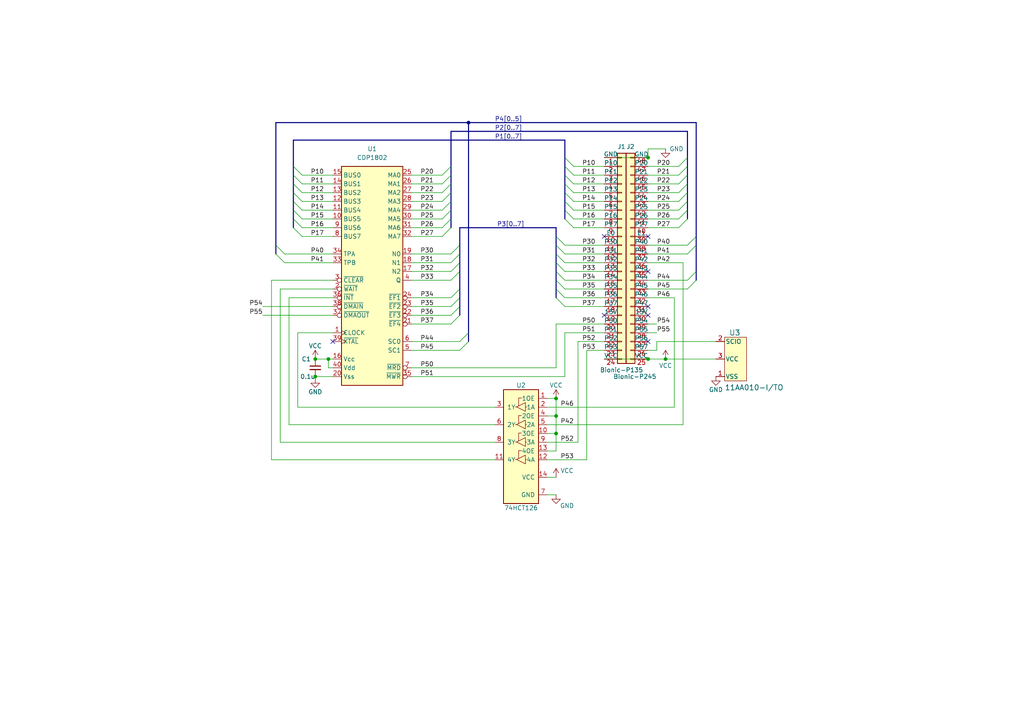
<source format=kicad_sch>
(kicad_sch (version 20230121) (generator eeschema)
  (paper "A4")
  (title_block (title "BionicCDP1802") (date "2024-01-09") (rev "4") (company "Tadashi G. Takaoka"))
  (lib_symbols
    (symbol "0-LocalLibrary:11AA010-I_TO" (pin_names (offset 0.254))
      (property "Reference" "U" (at 2.54 1.27 0))
      (property "Value" "11AA010-I/TO" (at 3.81 -13.97 0))
      (symbol "11AA010-I_TO_1_1"
        (rectangle (start 0 0) (end 6.35 -12.7) (fill (type background)))
        (pin power_in line (at -2.54 -11.43 0) (length 2.54) (name "VSS") (number "1"))
        (pin bidirectional line (at -2.54 -1.27 0) (length 2.54) (name "SCIO") (number "2"))
        (pin power_in line (at -2.54 -6.35 0) (length 2.54) (name "VCC") (number "3"))
      )
    )
    (symbol "0-LocalLibrary:74HCT126" (pin_names (offset 1.016))
      (property "Reference" "U" (at 0 16.51 0))
      (property "Value" "74HCT126" (at 0 -19.05 0))
      (symbol "74HCT126_0_1"
        (polyline (pts (xy -1.2954 10.2108) (xy -1.6002 10.2108)))
        (polyline (pts (xy 1.2954 10.2362) (xy 1.651 10.2362)))
        (polyline (pts (xy 0.7112 10.5664) (xy 0.7112 12.827) (xy -0.127 12.827) (xy -0.1016 12.827)))
      )
      (symbol "74HCT126_1_0"
        (polyline (pts (xy 1.27 10.2362) (xy -1.27 11.5062) (xy -1.27 8.9662) (xy 1.27 10.2362)) (stroke (width 0.1524)))
        (pin input line (at -7.62 12.7 0) (length 2.54) (name "1OE") (number "1"))
        (pin input line (at -7.62 2.54 0) (length 2.54) (name "3OE") (number "10"))
        (pin tri_state line (at 7.62 -5.08 180) (length 2.54) (name "4Y") (number "11"))
        (pin input line (at -7.62 -5.08 0) (length 2.54) (name "4A") (number "12"))
        (pin input line (at -7.62 -2.54 0) (length 2.54) (name "4OE") (number "13"))
        (pin power_in line (at -7.62 -10.16 0) (length 2.54) (name "VCC") (number "14"))
        (pin input line (at -7.62 10.16 0) (length 2.54) (name "1A") (number "2"))
        (pin tri_state line (at 7.62 10.16 180) (length 2.54) (name "1Y") (number "3"))
        (pin input line (at -7.62 7.62 0) (length 2.54) (name "2OE") (number "4"))
        (pin input line (at -7.62 5.08 0) (length 2.54) (name "2A") (number "5"))
        (pin tri_state line (at 7.62 5.08 180) (length 2.54) (name "2Y") (number "6"))
        (pin power_in line (at -7.62 -15.24 0) (length 2.54) (name "GND") (number "7"))
        (pin tri_state line (at 7.62 0 180) (length 2.54) (name "3Y") (number "8"))
        (pin input line (at -7.62 0 0) (length 2.54) (name "3A") (number "9"))
      )
      (symbol "74HCT126_1_1"
        (rectangle (start -5.08 15.24) (end 5.08 -17.78) (stroke (width 0.254)) (fill (type background)))
        (polyline (pts (xy -1.2954 -5.0292) (xy -1.6002 -5.0292)))
        (polyline (pts (xy -1.2954 0.0508) (xy -1.6002 0.0508)))
        (polyline (pts (xy -1.2954 5.1308) (xy -1.6002 5.1308)))
        (polyline (pts (xy 1.2954 -5.0038) (xy 1.651 -5.0038)))
        (polyline (pts (xy 1.2954 0.0762) (xy 1.651 0.0762)))
        (polyline (pts (xy 1.2954 5.1562) (xy 1.651 5.1562)))
        (polyline (pts (xy 0.7112 -4.6736) (xy 0.7112 -2.413) (xy -0.127 -2.413) (xy -0.1016 -2.413)))
        (polyline (pts (xy 0.7112 0.4064) (xy 0.7112 2.667) (xy -0.127 2.667) (xy -0.1016 2.667)))
        (polyline (pts (xy 0.7112 5.4864) (xy 0.7112 7.747) (xy -0.127 7.747) (xy -0.1016 7.747)))
        (polyline (pts (xy 1.27 -5.0038) (xy -1.27 -3.7338) (xy -1.27 -6.2738) (xy 1.27 -5.0038)) (stroke (width 0.1524)))
        (polyline (pts (xy 1.27 0.0762) (xy -1.27 1.3462) (xy -1.27 -1.1938) (xy 1.27 0.0762)) (stroke (width 0.1524)))
        (polyline (pts (xy 1.27 5.1562) (xy -1.27 6.4262) (xy -1.27 3.8862) (xy 1.27 5.1562)) (stroke (width 0.1524)))
      )
    )
    (symbol "0-LocalLibrary:Bionic-P135" (pin_names (offset 0))
      (property "Reference" "J" (at 0 30.48 0))
      (property "Value" "Bionic-P135" (at -1.27 -33.02 0))
      (symbol "Bionic-P135_1_1"
        (rectangle (start -1.27 -30.353) (end 0 -30.607) (stroke (width 0.1524)))
        (rectangle (start -1.27 -27.813) (end 0 -28.067) (stroke (width 0.1524)))
        (rectangle (start -1.27 -25.273) (end 0 -25.527) (stroke (width 0.1524)))
        (rectangle (start -1.27 -22.733) (end 0 -22.987) (stroke (width 0.1524)))
        (rectangle (start -1.27 -20.193) (end 0 -20.447) (stroke (width 0.1524)))
        (rectangle (start -1.27 -17.653) (end 0 -17.907) (stroke (width 0.1524)))
        (rectangle (start -1.27 -15.113) (end 0 -15.367) (stroke (width 0.1524)))
        (rectangle (start -1.27 -12.573) (end 0 -12.827) (stroke (width 0.1524)))
        (rectangle (start -1.27 -10.033) (end 0 -10.287) (stroke (width 0.1524)))
        (rectangle (start -1.27 -7.493) (end 0 -7.747) (stroke (width 0.1524)))
        (rectangle (start -1.27 -4.953) (end 0 -5.207) (stroke (width 0.1524)))
        (rectangle (start -1.27 -2.413) (end 0 -2.667) (stroke (width 0.1524)))
        (rectangle (start -1.27 0.127) (end 0 -0.127) (stroke (width 0.1524)))
        (rectangle (start -1.27 2.667) (end 0 2.413) (stroke (width 0.1524)))
        (rectangle (start -1.27 5.207) (end 0 4.953) (stroke (width 0.1524)))
        (rectangle (start -1.27 7.747) (end 0 7.493) (stroke (width 0.1524)))
        (rectangle (start -1.27 10.287) (end 0 10.033) (stroke (width 0.1524)))
        (rectangle (start -1.27 12.827) (end 0 12.573) (stroke (width 0.1524)))
        (rectangle (start -1.27 15.367) (end 0 15.113) (stroke (width 0.1524)))
        (rectangle (start -1.27 17.907) (end 0 17.653) (stroke (width 0.1524)))
        (rectangle (start -1.27 20.447) (end 0 20.193) (stroke (width 0.1524)))
        (rectangle (start -1.27 22.987) (end 0 22.733) (stroke (width 0.1524)))
        (rectangle (start -1.27 25.527) (end 0 25.273) (stroke (width 0.1524)))
        (rectangle (start -1.27 28.067) (end 0 27.813) (stroke (width 0.1524)))
        (rectangle (start -1.27 29.21) (end 1.27 -31.75) (stroke (width 0.254)) (fill (type background)))
        (pin power_out line (at -5.08 27.94 0) (length 3.81) (name "GND") (number "1"))
        (pin bidirectional line (at -5.08 5.08 0) (length 3.81) (name "E0") (number "10"))
        (pin bidirectional line (at -5.08 2.54 0) (length 3.81) (name "P30") (number "11"))
        (pin bidirectional line (at -5.08 0 0) (length 3.81) (name "P31") (number "12"))
        (pin bidirectional line (at -5.08 -2.54 0) (length 3.81) (name "P32") (number "13"))
        (pin bidirectional line (at -5.08 -5.08 0) (length 3.81) (name "P33") (number "14"))
        (pin bidirectional line (at -5.08 -7.62 0) (length 3.81) (name "P34") (number "15"))
        (pin bidirectional line (at -5.08 -10.16 0) (length 3.81) (name "P35") (number "16"))
        (pin bidirectional line (at -5.08 -12.7 0) (length 3.81) (name "P36") (number "17"))
        (pin bidirectional line (at -5.08 -15.24 0) (length 3.81) (name "P37") (number "18"))
        (pin power_out line (at -5.08 -17.78 0) (length 3.81) (name "15V") (number "19"))
        (pin bidirectional line (at -5.08 25.4 0) (length 3.81) (name "P10") (number "2"))
        (pin bidirectional line (at -5.08 -20.32 0) (length 3.81) (name "P50") (number "20"))
        (pin bidirectional line (at -5.08 -22.86 0) (length 3.81) (name "P51") (number "21"))
        (pin bidirectional line (at -5.08 -25.4 0) (length 3.81) (name "P52") (number "22"))
        (pin bidirectional line (at -5.08 -27.94 0) (length 3.81) (name "P53") (number "23"))
        (pin power_out line (at -5.08 -30.48 0) (length 3.81) (name "VCC") (number "24"))
        (pin bidirectional line (at -5.08 22.86 0) (length 3.81) (name "P11") (number "3"))
        (pin bidirectional line (at -5.08 20.32 0) (length 3.81) (name "P12") (number "4"))
        (pin bidirectional line (at -5.08 17.78 0) (length 3.81) (name "P13") (number "5"))
        (pin bidirectional line (at -5.08 15.24 0) (length 3.81) (name "P14") (number "6"))
        (pin bidirectional line (at -5.08 12.7 0) (length 3.81) (name "P15") (number "7"))
        (pin bidirectional line (at -5.08 10.16 0) (length 3.81) (name "P16") (number "8"))
        (pin bidirectional line (at -5.08 7.62 0) (length 3.81) (name "P17") (number "9"))
      )
    )
    (symbol "0-LocalLibrary:Bionic-P245" (pin_names (offset 0))
      (property "Reference" "J" (at -3.81 30.48 0))
      (property "Value" "Bionic-P245" (at -1.27 -33.02 0))
      (symbol "Bionic-P245_1_1"
        (rectangle (start -5.08 -31.75) (end -2.54 29.21) (stroke (width 0.254)) (fill (type background)))
        (rectangle (start -3.81 -30.607) (end -2.54 -30.353) (stroke (width 0.1524)))
        (rectangle (start -3.81 -28.067) (end -2.54 -27.813) (stroke (width 0.1524)))
        (rectangle (start -3.81 -25.527) (end -2.54 -25.273) (stroke (width 0.1524)))
        (rectangle (start -3.81 -22.987) (end -2.54 -22.733) (stroke (width 0.1524)))
        (rectangle (start -3.81 -20.447) (end -2.54 -20.193) (stroke (width 0.1524)))
        (rectangle (start -3.81 -17.907) (end -2.54 -17.653) (stroke (width 0.1524)))
        (rectangle (start -3.81 -15.367) (end -2.54 -15.113) (stroke (width 0.1524)))
        (rectangle (start -3.81 -12.827) (end -2.54 -12.573) (stroke (width 0.1524)))
        (rectangle (start -3.81 -10.287) (end -2.54 -10.033) (stroke (width 0.1524)))
        (rectangle (start -3.81 -7.747) (end -2.54 -7.493) (stroke (width 0.1524)))
        (rectangle (start -3.81 -5.207) (end -2.54 -4.953) (stroke (width 0.1524)))
        (rectangle (start -3.81 -2.667) (end -2.54 -2.413) (stroke (width 0.1524)))
        (rectangle (start -3.81 -0.127) (end -2.54 0.127) (stroke (width 0.1524)))
        (rectangle (start -3.81 2.413) (end -2.54 2.667) (stroke (width 0.1524)))
        (rectangle (start -3.81 4.953) (end -2.54 5.207) (stroke (width 0.1524)))
        (rectangle (start -3.81 7.493) (end -2.54 7.747) (stroke (width 0.1524)))
        (rectangle (start -3.81 10.033) (end -2.54 10.287) (stroke (width 0.1524)))
        (rectangle (start -3.81 12.573) (end -2.54 12.827) (stroke (width 0.1524)))
        (rectangle (start -3.81 15.113) (end -2.54 15.367) (stroke (width 0.1524)))
        (rectangle (start -3.81 17.653) (end -2.54 17.907) (stroke (width 0.1524)))
        (rectangle (start -3.81 20.193) (end -2.54 20.447) (stroke (width 0.1524)))
        (rectangle (start -3.81 22.733) (end -2.54 22.987) (stroke (width 0.1524)))
        (rectangle (start -3.81 25.273) (end -2.54 25.527) (stroke (width 0.1524)))
        (rectangle (start -3.81 27.813) (end -2.54 28.067) (stroke (width 0.1524)))
        (pin power_in line (at 1.27 -30.48 180) (length 3.81) (name "VCC") (number "25"))
        (pin bidirectional line (at 1.27 -27.94 180) (length 3.81) (name "P57") (number "26"))
        (pin bidirectional line (at 1.27 -25.4 180) (length 3.81) (name "P56") (number "27"))
        (pin bidirectional line (at 1.27 -22.86 180) (length 3.81) (name "P55") (number "28"))
        (pin bidirectional line (at 1.27 -20.32 180) (length 3.81) (name "P54") (number "29"))
        (pin power_in line (at 1.27 -17.78 180) (length 3.81) (name "15V") (number "30"))
        (pin bidirectional line (at 1.27 -15.24 180) (length 3.81) (name "P47") (number "31"))
        (pin bidirectional line (at 1.27 -12.7 180) (length 3.81) (name "P46") (number "32"))
        (pin bidirectional line (at 1.27 -10.16 180) (length 3.81) (name "P45") (number "33"))
        (pin bidirectional line (at 1.27 -7.62 180) (length 3.81) (name "P44") (number "34"))
        (pin bidirectional line (at 1.27 -5.08 180) (length 3.81) (name "P43") (number "35"))
        (pin bidirectional line (at 1.27 -2.54 180) (length 3.81) (name "P42") (number "36"))
        (pin bidirectional line (at 1.27 0 180) (length 3.81) (name "P41") (number "37"))
        (pin bidirectional line (at 1.27 2.54 180) (length 3.81) (name "P40") (number "38"))
        (pin bidirectional line (at 1.27 5.08 180) (length 3.81) (name "E1") (number "39"))
        (pin bidirectional line (at 1.27 7.62 180) (length 3.81) (name "P27") (number "40"))
        (pin bidirectional line (at 1.27 10.16 180) (length 3.81) (name "P26") (number "41"))
        (pin bidirectional line (at 1.27 12.7 180) (length 3.81) (name "P25") (number "42"))
        (pin bidirectional line (at 1.27 15.24 180) (length 3.81) (name "P24") (number "43"))
        (pin bidirectional line (at 1.27 17.78 180) (length 3.81) (name "P23") (number "44"))
        (pin bidirectional line (at 1.27 20.32 180) (length 3.81) (name "P22") (number "45"))
        (pin bidirectional line (at 1.27 22.86 180) (length 3.81) (name "P21") (number "46"))
        (pin bidirectional line (at 1.27 25.4 180) (length 3.81) (name "P20") (number "47"))
        (pin power_in line (at 1.27 27.94 180) (length 3.81) (name "GND") (number "48"))
      )
    )
    (symbol "0-LocalLibrary:CDP1802"
      (property "Reference" "U" (at -1.27 31.75 0))
      (property "Value" "CDP1802" (at 0 -3.81 90))
      (symbol "CDP1802_0_0"
        (pin input clock (at -11.43 -17.78 0) (length 2.54) (name "CLOCK") (number "1"))
        (pin input inverted (at -11.43 -2.54 0) (length 2.54) (name "~{CLEAR}") (number "3"))
        (pin output inverted (at 11.43 -30.48 180) (length 2.54) (name "~{MWR}") (number "35"))
      )
      (symbol "CDP1802_0_1"
        (rectangle (start -8.89 -33.02) (end 8.89 30.48) (stroke (width 0.254)) (fill (type background)))
      )
      (symbol "CDP1802_1_1"
        (pin bidirectional line (at -11.43 15.24 0) (length 2.54) (name "BUS5") (number "10"))
        (pin bidirectional line (at -11.43 17.78 0) (length 2.54) (name "BUS4") (number "11"))
        (pin bidirectional line (at -11.43 20.32 0) (length 2.54) (name "BUS3") (number "12"))
        (pin bidirectional line (at -11.43 22.86 0) (length 2.54) (name "BUS2") (number "13"))
        (pin bidirectional line (at -11.43 25.4 0) (length 2.54) (name "BUS1") (number "14"))
        (pin bidirectional line (at -11.43 27.94 0) (length 2.54) (name "BUS0") (number "15"))
        (pin power_in line (at -11.43 -25.4 0) (length 2.54) (name "Vcc") (number "16"))
        (pin output line (at 11.43 0 180) (length 2.54) (name "N2") (number "17"))
        (pin output line (at 11.43 2.54 180) (length 2.54) (name "N1") (number "18"))
        (pin output line (at 11.43 5.08 180) (length 2.54) (name "N0") (number "19"))
        (pin input inverted (at -11.43 -5.08 0) (length 2.54) (name "~{WAIT}") (number "2"))
        (pin power_in line (at -11.43 -30.48 0) (length 2.54) (name "Vss") (number "20"))
        (pin input inverted (at 11.43 -15.24 180) (length 2.54) (name "~{EF4}") (number "21"))
        (pin input inverted (at 11.43 -12.7 180) (length 2.54) (name "~{EF3}") (number "22"))
        (pin input inverted (at 11.43 -10.16 180) (length 2.54) (name "~{EF2}") (number "23"))
        (pin input inverted (at 11.43 -7.62 180) (length 2.54) (name "~{EF1}") (number "24"))
        (pin output line (at 11.43 27.94 180) (length 2.54) (name "MA0") (number "25"))
        (pin output line (at 11.43 25.4 180) (length 2.54) (name "MA1") (number "26"))
        (pin output line (at 11.43 22.86 180) (length 2.54) (name "MA2") (number "27"))
        (pin output line (at 11.43 20.32 180) (length 2.54) (name "MA3") (number "28"))
        (pin output line (at 11.43 17.78 180) (length 2.54) (name "MA4") (number "29"))
        (pin output line (at 11.43 15.24 180) (length 2.54) (name "MA5") (number "30"))
        (pin output line (at 11.43 12.7 180) (length 2.54) (name "MA6") (number "31"))
        (pin output line (at 11.43 10.16 180) (length 2.54) (name "MA7") (number "32"))
        (pin output line (at -11.43 2.54 0) (length 2.54) (name "TPB") (number "33"))
        (pin output line (at -11.43 5.08 0) (length 2.54) (name "TPA") (number "34"))
        (pin input inverted (at -11.43 -7.62 0) (length 2.54) (name "~{INT}") (number "36"))
        (pin input inverted (at -11.43 -12.7 0) (length 2.54) (name "~{DMAOUT}") (number "37"))
        (pin input inverted (at -11.43 -10.16 0) (length 2.54) (name "~{DMAIN}") (number "38"))
        (pin output clock (at -11.43 -20.32 0) (length 2.54) (name "~{XTAL}") (number "39"))
        (pin output line (at 11.43 -2.54 180) (length 2.54) (name "Q") (number "4"))
        (pin power_in line (at -11.43 -27.94 0) (length 2.54) (name "Vdd") (number "40"))
        (pin output line (at 11.43 -22.86 180) (length 2.54) (name "SC1") (number "5"))
        (pin output line (at 11.43 -20.32 180) (length 2.54) (name "SC0") (number "6"))
        (pin output inverted (at 11.43 -27.94 180) (length 2.54) (name "~{MRD}") (number "7"))
        (pin bidirectional line (at -11.43 10.16 0) (length 2.54) (name "BUS7") (number "8"))
        (pin bidirectional line (at -11.43 12.7 0) (length 2.54) (name "BUS6") (number "9"))
      )
    )
    (symbol "Device:C_Small" (pin_numbers hide) (pin_names (offset 0.254) hide)
      (property "Reference" "C" (at 0.254 1.778 0))
      (property "Value" "C_Small" (at 0.254 -2.032 0))
      (symbol "C_Small_0_1"
        (polyline (pts (xy -1.524 -0.508) (xy 1.524 -0.508)) (stroke (width 0.3302)))
        (polyline (pts (xy -1.524 0.508) (xy 1.524 0.508)) (stroke (width 0.3048)))
      )
      (symbol "C_Small_1_1"
        (pin passive line (at 0 2.54 270) (length 2.032) (name "~") (number "1"))
        (pin passive line (at 0 -2.54 90) (length 2.032) (name "~") (number "2"))
      )
    )
    (symbol "GND_1" (power) (pin_names (offset 0))
      (property "Value" "GND_1" (at 0 -3.81 0))
      (symbol "GND_1_0_1"
        (polyline (pts (xy 0 0) (xy 0 -1.27) (xy 1.27 -1.27) (xy 0 -2.54) (xy -1.27 -1.27) (xy 0 -1.27)))
      )
      (symbol "GND_1_1_1"
        (pin power_in line (at 0 0 270) (length 0) hide (name "GND") (number "1"))
      )
    )
    (symbol "VCC_1" (power) (pin_names (offset 0))
      (property "Value" "VCC_1" (at 0 3.81 0))
      (symbol "VCC_1_0_1"
        (polyline (pts (xy -0.762 1.27) (xy 0 2.54)))
        (polyline (pts (xy 0 0) (xy 0 2.54)))
        (polyline (pts (xy 0 2.54) (xy 0.762 1.27)))
      )
      (symbol "VCC_1_1_1"
        (pin power_in line (at 0 0 90) (length 0) hide (name "VCC") (number "1"))
      )
    )
  )
  (junction (at 161.29 115.57))
  (junction (at 135.89 35.56))
  (junction (at 193.04 104.14))
  (junction (at 161.29 125.73))
  (junction (at 187.96 45.72))
  (junction (at 95.25 104.14))
  (junction (at 91.44 109.22))
  (junction (at 91.44 104.14))
  (junction (at 161.29 120.65))
  (junction (at 187.96 104.14))
  (no_connect (at 187.96 99.06))
  (no_connect (at 187.96 88.9))
  (no_connect (at 187.96 68.58))
  (no_connect (at 187.96 78.74))
  (no_connect (at 187.96 91.44))
  (no_connect (at 175.26 68.58))
  (no_connect (at 175.26 91.44))
  (no_connect (at 96.52 99.06))
  (bus_entry (at 166.37 66.04) (size -2.54 -2.54))
  (bus_entry (at 161.29 73.66) (size 2.54 2.54))
  (bus_entry (at 199.39 45.72) (size -2.54 2.54))
  (bus_entry (at 130.81 55.88) (size -2.54 2.54))
  (bus_entry (at 80.01 71.12) (size 2.54 2.54))
  (bus_entry (at 130.81 66.04) (size -2.54 2.54))
  (bus_entry (at 87.63 63.5) (size -2.54 -2.54))
  (bus_entry (at 87.63 58.42) (size -2.54 -2.54))
  (bus_entry (at 161.29 83.82) (size 2.54 2.54))
  (bus_entry (at 199.39 58.42) (size -2.54 2.54))
  (bus_entry (at 201.93 68.58) (size -2.54 2.54))
  (bus_entry (at 130.81 60.96) (size -2.54 2.54))
  (bus_entry (at 130.81 48.26) (size -2.54 2.54))
  (bus_entry (at 201.93 81.28) (size -2.54 2.54))
  (bus_entry (at 135.89 99.06) (size -2.54 2.54))
  (bus_entry (at 199.39 55.88) (size -2.54 2.54))
  (bus_entry (at 130.81 76.2) (size 2.54 -2.54))
  (bus_entry (at 135.89 96.52) (size -2.54 2.54))
  (bus_entry (at 161.29 68.58) (size 2.54 2.54))
  (bus_entry (at 199.39 48.26) (size -2.54 2.54))
  (bus_entry (at 161.29 86.36) (size 2.54 2.54))
  (bus_entry (at 87.63 53.34) (size -2.54 -2.54))
  (bus_entry (at 166.37 48.26) (size -2.54 -2.54))
  (bus_entry (at 166.37 50.8) (size -2.54 -2.54))
  (bus_entry (at 130.81 86.36) (size 2.54 -2.54))
  (bus_entry (at 80.01 73.66) (size 2.54 2.54))
  (bus_entry (at 201.93 71.12) (size -2.54 2.54))
  (bus_entry (at 130.81 53.34) (size -2.54 2.54))
  (bus_entry (at 161.29 78.74) (size 2.54 2.54))
  (bus_entry (at 166.37 55.88) (size -2.54 -2.54))
  (bus_entry (at 199.39 60.96) (size -2.54 2.54))
  (bus_entry (at 130.81 88.9) (size 2.54 -2.54))
  (bus_entry (at 201.93 78.74) (size -2.54 2.54))
  (bus_entry (at 87.63 66.04) (size -2.54 -2.54))
  (bus_entry (at 199.39 50.8) (size -2.54 2.54))
  (bus_entry (at 130.81 58.42) (size -2.54 2.54))
  (bus_entry (at 87.63 60.96) (size -2.54 -2.54))
  (bus_entry (at 87.63 50.8) (size -2.54 -2.54))
  (bus_entry (at 161.29 81.28) (size 2.54 2.54))
  (bus_entry (at 130.81 63.5) (size -2.54 2.54))
  (bus_entry (at 166.37 58.42) (size -2.54 -2.54))
  (bus_entry (at 133.35 78.74) (size -2.54 2.54))
  (bus_entry (at 161.29 71.12) (size 2.54 2.54))
  (bus_entry (at 161.29 76.2) (size 2.54 2.54))
  (bus_entry (at 199.39 53.34) (size -2.54 2.54))
  (bus_entry (at 130.81 78.74) (size 2.54 -2.54))
  (bus_entry (at 166.37 53.34) (size -2.54 -2.54))
  (bus_entry (at 130.81 73.66) (size 2.54 -2.54))
  (bus_entry (at 87.63 55.88) (size -2.54 -2.54))
  (bus_entry (at 130.81 50.8) (size -2.54 2.54))
  (bus_entry (at 166.37 60.96) (size -2.54 -2.54))
  (bus_entry (at 199.39 63.5) (size -2.54 2.54))
  (bus_entry (at 166.37 63.5) (size -2.54 -2.54))
  (bus_entry (at 133.35 91.44) (size -2.54 2.54))
  (bus_entry (at 133.35 88.9) (size -2.54 2.54))
  (bus_entry (at 87.63 68.58) (size -2.54 -2.54))
  (wire (pts (xy 190.5 99.06) (xy 207.645 99.06)))
  (bus (pts (xy 130.81 60.96) (xy 130.81 63.5)))
  (wire (pts (xy 119.38 93.98) (xy 130.81 93.98)))
  (bus (pts (xy 163.83 45.72) (xy 163.83 48.26)))
  (wire (pts (xy 187.96 43.18) (xy 193.04 43.18)))
  (wire (pts (xy 96.52 66.04) (xy 87.63 66.04)))
  (wire (pts (xy 96.52 55.88) (xy 87.63 55.88)))
  (bus (pts (xy 85.09 40.64) (xy 163.83 40.64)))
  (bus (pts (xy 161.29 73.66) (xy 161.29 76.2)))
  (wire (pts (xy 119.38 78.74) (xy 130.81 78.74)))
  (wire (pts (xy 158.75 143.51) (xy 161.29 143.51)))
  (wire (pts (xy 187.96 55.88) (xy 196.85 55.88)))
  (wire (pts (xy 175.26 63.5) (xy 166.37 63.5)))
  (wire (pts (xy 95.25 104.14) (xy 95.25 106.68)))
  (wire (pts (xy 95.25 106.68) (xy 96.52 106.68)))
  (bus (pts (xy 161.29 78.74) (xy 161.29 81.28)))
  (wire (pts (xy 96.52 68.58) (xy 87.63 68.58)))
  (wire (pts (xy 161.29 130.81) (xy 161.29 125.73)))
  (wire (pts (xy 158.75 115.57) (xy 161.29 115.57)))
  (wire (pts (xy 96.52 81.28) (xy 78.74 81.28)))
  (bus (pts (xy 133.35 78.74) (xy 133.35 83.82)))
  (wire (pts (xy 119.38 58.42) (xy 128.27 58.42)))
  (wire (pts (xy 161.29 115.57) (xy 161.29 120.65)))
  (wire (pts (xy 96.52 88.9) (xy 76.2 88.9)))
  (wire (pts (xy 130.81 91.44) (xy 119.38 91.44)))
  (wire (pts (xy 96.52 53.34) (xy 87.63 53.34)))
  (wire (pts (xy 119.38 76.2) (xy 130.81 76.2)))
  (bus (pts (xy 133.35 83.82) (xy 133.35 86.36)))
  (wire (pts (xy 163.83 76.2) (xy 175.26 76.2)))
  (wire (pts (xy 86.36 118.11) (xy 86.36 96.52)))
  (bus (pts (xy 161.29 71.12) (xy 161.29 73.66)))
  (wire (pts (xy 187.96 48.26) (xy 196.85 48.26)))
  (wire (pts (xy 175.26 60.96) (xy 166.37 60.96)))
  (wire (pts (xy 81.28 83.82) (xy 81.28 128.27)))
  (wire (pts (xy 198.12 76.2) (xy 198.12 123.19)))
  (wire (pts (xy 195.58 118.11) (xy 158.75 118.11)))
  (wire (pts (xy 190.5 101.6) (xy 190.5 99.06)))
  (wire (pts (xy 187.96 104.14) (xy 193.04 104.14)))
  (wire (pts (xy 187.96 50.8) (xy 196.85 50.8)))
  (wire (pts (xy 175.26 53.34) (xy 166.37 53.34)))
  (bus (pts (xy 163.83 48.26) (xy 163.83 50.8)))
  (wire (pts (xy 95.25 104.14) (xy 96.52 104.14)))
  (wire (pts (xy 187.96 43.18) (xy 187.96 45.72)))
  (bus (pts (xy 130.81 53.34) (xy 130.81 55.88)))
  (wire (pts (xy 187.96 86.36) (xy 195.58 86.36)))
  (wire (pts (xy 163.83 86.36) (xy 175.26 86.36)))
  (bus (pts (xy 199.39 55.88) (xy 199.39 58.42)))
  (wire (pts (xy 158.75 138.43) (xy 161.29 138.43)))
  (bus (pts (xy 163.83 55.88) (xy 163.83 58.42)))
  (wire (pts (xy 119.38 63.5) (xy 128.27 63.5)))
  (bus (pts (xy 80.01 35.56) (xy 80.01 71.12)))
  (wire (pts (xy 198.12 123.19) (xy 158.75 123.19)))
  (wire (pts (xy 96.52 86.36) (xy 83.82 86.36)))
  (wire (pts (xy 119.38 81.28) (xy 130.81 81.28)))
  (bus (pts (xy 80.01 35.56) (xy 135.89 35.56)))
  (wire (pts (xy 86.36 96.52) (xy 96.52 96.52)))
  (wire (pts (xy 161.29 120.65) (xy 161.29 125.73)))
  (wire (pts (xy 78.74 133.35) (xy 143.51 133.35)))
  (wire (pts (xy 119.38 88.9) (xy 130.81 88.9)))
  (bus (pts (xy 201.93 35.56) (xy 201.93 68.58)))
  (wire (pts (xy 175.26 66.04) (xy 166.37 66.04)))
  (bus (pts (xy 133.35 71.12) (xy 133.35 73.66)))
  (wire (pts (xy 175.26 55.88) (xy 166.37 55.88)))
  (bus (pts (xy 163.83 50.8) (xy 163.83 53.34)))
  (wire (pts (xy 167.64 99.06) (xy 167.64 128.27)))
  (wire (pts (xy 82.55 73.66) (xy 96.52 73.66)))
  (bus (pts (xy 130.81 38.1) (xy 199.39 38.1)))
  (bus (pts (xy 133.35 66.04) (xy 161.29 66.04)))
  (wire (pts (xy 175.26 99.06) (xy 167.64 99.06)))
  (bus (pts (xy 199.39 45.72) (xy 199.39 48.26)))
  (wire (pts (xy 119.38 60.96) (xy 128.27 60.96)))
  (wire (pts (xy 119.38 55.88) (xy 128.27 55.88)))
  (bus (pts (xy 85.09 40.64) (xy 85.09 48.26)))
  (bus (pts (xy 161.29 81.28) (xy 161.29 83.82)))
  (bus (pts (xy 199.39 48.26) (xy 199.39 50.8)))
  (wire (pts (xy 76.2 91.44) (xy 96.52 91.44)))
  (wire (pts (xy 187.96 96.52) (xy 190.5 96.52)))
  (bus (pts (xy 201.93 68.58) (xy 201.93 71.12)))
  (wire (pts (xy 143.51 118.11) (xy 86.36 118.11)))
  (bus (pts (xy 85.09 50.8) (xy 85.09 53.34)))
  (bus (pts (xy 85.09 63.5) (xy 85.09 66.04)))
  (bus (pts (xy 130.81 58.42) (xy 130.81 60.96)))
  (bus (pts (xy 199.39 60.96) (xy 199.39 63.5)))
  (wire (pts (xy 163.83 96.52) (xy 175.26 96.52)))
  (wire (pts (xy 187.96 93.98) (xy 190.5 93.98)))
  (bus (pts (xy 85.09 48.26) (xy 85.09 50.8)))
  (wire (pts (xy 119.38 73.66) (xy 130.81 73.66)))
  (wire (pts (xy 187.96 53.34) (xy 196.85 53.34)))
  (wire (pts (xy 119.38 66.04) (xy 128.27 66.04)))
  (wire (pts (xy 187.96 60.96) (xy 196.85 60.96)))
  (wire (pts (xy 187.96 66.04) (xy 196.85 66.04)))
  (bus (pts (xy 201.93 71.12) (xy 201.93 78.74)))
  (bus (pts (xy 135.89 35.56) (xy 135.89 96.52)))
  (wire (pts (xy 96.52 60.96) (xy 87.63 60.96)))
  (wire (pts (xy 193.04 104.14) (xy 207.645 104.14)))
  (bus (pts (xy 201.93 78.74) (xy 201.93 81.28)))
  (wire (pts (xy 158.75 133.35) (xy 170.18 133.35)))
  (bus (pts (xy 133.35 73.66) (xy 133.35 76.2)))
  (wire (pts (xy 175.26 45.72) (xy 187.96 45.72)))
  (wire (pts (xy 119.38 99.06) (xy 133.35 99.06)))
  (wire (pts (xy 163.83 83.82) (xy 175.26 83.82)))
  (bus (pts (xy 85.09 53.34) (xy 85.09 55.88)))
  (wire (pts (xy 161.29 93.98) (xy 175.26 93.98)))
  (wire (pts (xy 119.38 86.36) (xy 130.81 86.36)))
  (bus (pts (xy 133.35 66.04) (xy 133.35 71.12)))
  (wire (pts (xy 175.26 48.26) (xy 166.37 48.26)))
  (wire (pts (xy 187.96 101.6) (xy 190.5 101.6)))
  (wire (pts (xy 96.52 58.42) (xy 87.63 58.42)))
  (bus (pts (xy 133.35 88.9) (xy 133.35 91.44)))
  (wire (pts (xy 163.83 71.12) (xy 175.26 71.12)))
  (bus (pts (xy 80.01 71.12) (xy 80.01 73.66)))
  (wire (pts (xy 187.96 71.12) (xy 199.39 71.12)))
  (bus (pts (xy 130.81 48.26) (xy 130.81 50.8)))
  (bus (pts (xy 85.09 55.88) (xy 85.09 58.42)))
  (bus (pts (xy 135.89 96.52) (xy 135.89 99.06)))
  (wire (pts (xy 119.38 68.58) (xy 128.27 68.58)))
  (bus (pts (xy 199.39 38.1) (xy 199.39 45.72)))
  (wire (pts (xy 163.83 109.22) (xy 163.83 96.52)))
  (wire (pts (xy 195.58 118.11) (xy 195.58 86.36)))
  (wire (pts (xy 96.52 63.5) (xy 87.63 63.5)))
  (bus (pts (xy 161.29 76.2) (xy 161.29 78.74)))
  (wire (pts (xy 158.75 130.81) (xy 161.29 130.81)))
  (wire (pts (xy 81.28 128.27) (xy 143.51 128.27)))
  (bus (pts (xy 130.81 50.8) (xy 130.81 53.34)))
  (wire (pts (xy 163.83 81.28) (xy 175.26 81.28)))
  (wire (pts (xy 187.96 73.66) (xy 199.39 73.66)))
  (wire (pts (xy 82.55 76.2) (xy 96.52 76.2)))
  (bus (pts (xy 161.29 83.82) (xy 161.29 86.36)))
  (bus (pts (xy 85.09 58.42) (xy 85.09 60.96)))
  (wire (pts (xy 119.38 109.22) (xy 163.83 109.22)))
  (wire (pts (xy 175.26 104.14) (xy 187.96 104.14)))
  (wire (pts (xy 78.74 81.28) (xy 78.74 133.35)))
  (wire (pts (xy 163.83 73.66) (xy 175.26 73.66)))
  (wire (pts (xy 119.38 106.68) (xy 161.29 106.68)))
  (wire (pts (xy 83.82 123.19) (xy 143.51 123.19)))
  (wire (pts (xy 187.96 63.5) (xy 196.85 63.5)))
  (bus (pts (xy 163.83 58.42) (xy 163.83 60.96)))
  (bus (pts (xy 133.35 86.36) (xy 133.35 88.9)))
  (bus (pts (xy 161.29 68.58) (xy 161.29 71.12)))
  (wire (pts (xy 187.96 81.28) (xy 199.39 81.28)))
  (bus (pts (xy 199.39 58.42) (xy 199.39 60.96)))
  (bus (pts (xy 135.89 35.56) (xy 201.93 35.56)))
  (wire (pts (xy 161.29 120.65) (xy 158.75 120.65)))
  (wire (pts (xy 170.18 101.6) (xy 175.26 101.6)))
  (wire (pts (xy 175.26 50.8) (xy 166.37 50.8)))
  (wire (pts (xy 187.96 76.2) (xy 198.12 76.2)))
  (bus (pts (xy 163.83 60.96) (xy 163.83 63.5)))
  (bus (pts (xy 163.83 40.64) (xy 163.83 45.72)))
  (wire (pts (xy 91.44 109.22) (xy 96.52 109.22)))
  (wire (pts (xy 96.52 83.82) (xy 81.28 83.82)))
  (bus (pts (xy 133.35 76.2) (xy 133.35 78.74)))
  (wire (pts (xy 163.83 88.9) (xy 175.26 88.9)))
  (bus (pts (xy 130.81 55.88) (xy 130.81 58.42)))
  (bus (pts (xy 85.09 60.96) (xy 85.09 63.5)))
  (wire (pts (xy 119.38 53.34) (xy 128.27 53.34)))
  (bus (pts (xy 199.39 50.8) (xy 199.39 53.34)))
  (bus (pts (xy 163.83 53.34) (xy 163.83 55.88)))
  (wire (pts (xy 167.64 128.27) (xy 158.75 128.27)))
  (wire (pts (xy 96.52 50.8) (xy 87.63 50.8)))
  (wire (pts (xy 161.29 106.68) (xy 161.29 93.98)))
  (bus (pts (xy 161.29 66.04) (xy 161.29 68.58)))
  (wire (pts (xy 187.96 83.82) (xy 199.39 83.82)))
  (wire (pts (xy 119.38 101.6) (xy 133.35 101.6)))
  (wire (pts (xy 161.29 125.73) (xy 158.75 125.73)))
  (wire (pts (xy 119.38 50.8) (xy 128.27 50.8)))
  (wire (pts (xy 175.26 58.42) (xy 166.37 58.42)))
  (bus (pts (xy 130.81 63.5) (xy 130.81 66.04)))
  (wire (pts (xy 91.44 109.855) (xy 91.44 109.22)))
  (wire (pts (xy 187.96 58.42) (xy 196.85 58.42)))
  (wire (pts (xy 163.83 78.74) (xy 175.26 78.74)))
  (bus (pts (xy 130.81 38.1) (xy 130.81 48.26)))
  (bus (pts (xy 199.39 53.34) (xy 199.39 55.88)))
  (wire (pts (xy 91.44 104.14) (xy 95.25 104.14)))
  (wire (pts (xy 170.18 101.6) (xy 170.18 133.35)))
  (wire (pts (xy 83.82 86.36) (xy 83.82 123.19)))
  (label "P26" (at 190.5 63.5 0))
  (label "P31" (at 121.92 76.2 0))
  (label "P12" (at 93.98 55.88 180))
  (label "P41" (at 190.5 73.66 0))
  (label "P55" (at 190.5 96.52 0))
  (label "P17" (at 172.72 66.04 180))
  (label "P51" (at 121.92 109.22 0))
  (label "P35" (at 172.72 83.82 180))
  (label "P50" (at 121.92 106.68 0))
  (label "P10" (at 93.98 50.8 180))
  (label "P36" (at 121.92 91.44 0))
  (label "P23" (at 121.92 58.42 0))
  (label "P17" (at 93.98 68.58 180))
  (label "P22" (at 121.92 55.88 0))
  (label "P36" (at 172.72 86.36 180))
  (label "P27" (at 190.5 66.04 0))
  (label "P21" (at 190.5 50.8 0))
  (label "P4[0..5]" (at 143.51 35.56 0))
  (label "P50" (at 172.72 93.98 180))
  (label "P2[0..7]" (at 143.51 38.1 0))
  (label "P16" (at 93.98 66.04 180))
  (label "P25" (at 121.92 63.5 0))
  (label "P27" (at 121.92 68.58 0))
  (label "P40" (at 190.5 71.12 0))
  (label "P15" (at 172.72 60.96 180))
  (label "P45" (at 190.5 83.82 0))
  (label "P25" (at 190.5 60.96 0))
  (label "P22" (at 190.5 53.34 0))
  (label "P46" (at 190.5 86.36 0))
  (label "P13" (at 172.72 55.88 180))
  (label "P3[0..7]" (at 144.145 66.04 0))
  (label "P21" (at 121.92 53.34 0))
  (label "P12" (at 172.72 53.34 180))
  (label "P33" (at 121.92 81.28 0))
  (label "P52" (at 172.72 99.06 180))
  (label "P37" (at 121.92 93.98 0))
  (label "P13" (at 93.98 58.42 180))
  (label "P33" (at 172.72 78.74 180))
  (label "P30" (at 172.72 71.12 180))
  (label "P37" (at 172.72 88.9 180))
  (label "P16" (at 172.72 63.5 180))
  (label "P55" (at 76.2 91.44 180))
  (label "P1[0..7]" (at 143.51 40.64 0))
  (label "P44" (at 190.5 81.28 0))
  (label "P40" (at 93.98 73.66 180))
  (label "P44" (at 121.92 99.06 0))
  (label "P52" (at 162.56 128.27 0))
  (label "P32" (at 121.92 78.74 0))
  (label "P45" (at 121.92 101.6 0))
  (label "P30" (at 121.92 73.66 0))
  (label "P24" (at 121.92 60.96 0))
  (label "P11" (at 172.72 50.8 180))
  (label "P24" (at 190.5 58.42 0))
  (label "P20" (at 121.92 50.8 0))
  (label "P41" (at 93.98 76.2 180))
  (label "P51" (at 172.72 96.52 180))
  (label "P34" (at 172.72 81.28 180))
  (label "P10" (at 172.72 48.26 180))
  (label "P14" (at 172.72 58.42 180))
  (label "P15" (at 93.98 63.5 180))
  (label "P54" (at 190.5 93.98 0))
  (label "P14" (at 93.98 60.96 180))
  (label "P46" (at 162.56 118.11 0))
  (label "P31" (at 172.72 73.66 180))
  (label "P26" (at 121.92 66.04 0))
  (label "P53" (at 172.72 101.6 180))
  (label "P53" (at 162.56 133.35 0))
  (label "P11" (at 93.98 53.34 180))
  (label "P20" (at 190.5 48.26 0))
  (label "P34" (at 121.92 86.36 0))
  (label "P42" (at 162.56 123.19 0))
  (label "P42" (at 190.5 76.2 0))
  (label "P35" (at 121.92 88.9 0))
  (label "P32" (at 172.72 76.2 180))
  (label "P23" (at 190.5 55.88 0))
  (label "P54" (at 76.2 88.9 180))
  (symbol (lib_id "Device:C_Small") (at 91.44 106.68 0) (mirror y) (unit 1)
    (property "Reference" "C1" (at 90.17 104.14 0) (effects (justify left)))
    (property "Value" "0.1u" (at 91.44 109.22 0) (effects (justify left)))
    (property "Footprint" "Capacitor_THT:C_Disc_D3.4mm_W2.1mm_P2.50mm" (effects hide))
  )
  (symbol (lib_id "0-LocalLibrary:74HCT126") (at 151.13 128.27 0) (mirror y) (unit 1)
    (property "Reference" "U2" (at 151.13 111.76 0))
    (property "Value" "74HCT126" (at 151.13 147.32 0))
    (property "Footprint" "Package_DIP:DIP-14_W7.62mm" (effects hide))
    (property "Datasheet" "https://www.ti.com/lit/ds/symlink/cd74hct126.pdf" (effects hide))
  )
  (symbol (lib_id "0-LocalLibrary:CDP1802") (at 107.95 78.74 0) (unit 1)
    (property "Reference" "U1" (at 107.95 43.18 0))
    (property "Value" "CDP1802" (at 107.95 45.72 0))
    (property "Footprint" "Package_DIP:DIP-40_W15.24mm" (effects hide))
    (property "Datasheet" "http://www.cosmacelf.com/publications/data-sheets/cdp1802.pdf" (effects hide))
  )
  (symbol (lib_id "0-LocalLibrary:Bionic-P135") (at 180.34 73.66 0) (unit 1)
    (property "Reference" "J1" (at 179.07 42.545 0) (effects (justify left)))
    (property "Value" "Bionic-P135" (at 173.99 107.315 0) (effects (justify left)))
    (property "Footprint" "connector:Bionic-P135_Vertical" (effects hide))
  )
  (symbol (lib_id "0-LocalLibrary:11AA010-I_TO") (at 210.185 97.79 0) (unit 1)
    (property "Reference" "U3" (at 211.455 96.52 0) (effects (font (size 1.524 1.524)) (justify left)))
    (property "Value" "11AA010-I/TO" (at 210.185 112.395 0) (effects (font (size 1.524 1.524)) (justify left)))
    (property "Footprint" "TO-92_MC_MCH" (effects hide))
    (property "Datasheet" "11AA010-I/TO" (effects hide))
  )
  (symbol (lib_name "VCC_1") (lib_id "power:VCC") (at 91.44 104.14 0) (unit 1)
    (property "Reference" "#PWR01" (effects hide))
    (property "Value" "VCC" (at 91.44 100.33 0))
  )
  (symbol (lib_name "VCC_1") (lib_id "power:VCC") (at 161.29 138.43 0) (unit 1)
    (property "Reference" "#PWR02" (effects hide))
    (property "Value" "VCC" (at 164.465 136.525 0))
  )
  (symbol (lib_name "GND_1") (lib_id "power:GND") (at 161.29 143.51 0) (unit 1)
    (property "Reference" "#PWR06" (effects hide))
    (property "Value" "GND" (at 164.465 146.685 0))
  )
  (symbol (lib_name "GND_1") (lib_id "power:GND") (at 91.44 109.855 0) (unit 1)
    (property "Reference" "#PWR04" (effects hide))
    (property "Value" "GND" (at 91.44 113.665 0))
  )
  (symbol (lib_name "GND_1") (lib_id "power:GND") (at 207.645 109.22 0) (unit 1)
    (property "Reference" "#PWR08" (effects hide))
    (property "Value" "GND" (at 207.645 113.03 0))
  )
  (symbol (lib_id "0-LocalLibrary:Bionic-P245") (at 186.69 73.66 0) (unit 1)
    (property "Reference" "J2" (at 182.88 42.545 0))
    (property "Value" "Bionic-P245" (at 184.15 109.22 0))
    (property "Footprint" "connector:Bionic-P245_Vertical" (effects hide))
  )
  (symbol (lib_name "GND_1") (lib_id "power:GND") (at 193.04 43.18 0) (unit 1)
    (property "Reference" "#PWR07" (effects hide))
    (property "Value" "GND" (at 196.215 43.18 0))
  )
  (symbol (lib_name "VCC_1") (lib_id "power:VCC") (at 193.04 104.14 0) (unit 1)
    (property "Reference" "#PWR05" (effects hide))
    (property "Value" "VCC" (at 193.04 106.045 0))
  )
  (symbol (lib_name "VCC_1") (lib_id "power:VCC") (at 161.29 115.57 0) (unit 1)
    (property "Reference" "#PWR03" (effects hide))
    (property "Value" "VCC" (at 161.29 111.76 0))
  )
)
</source>
